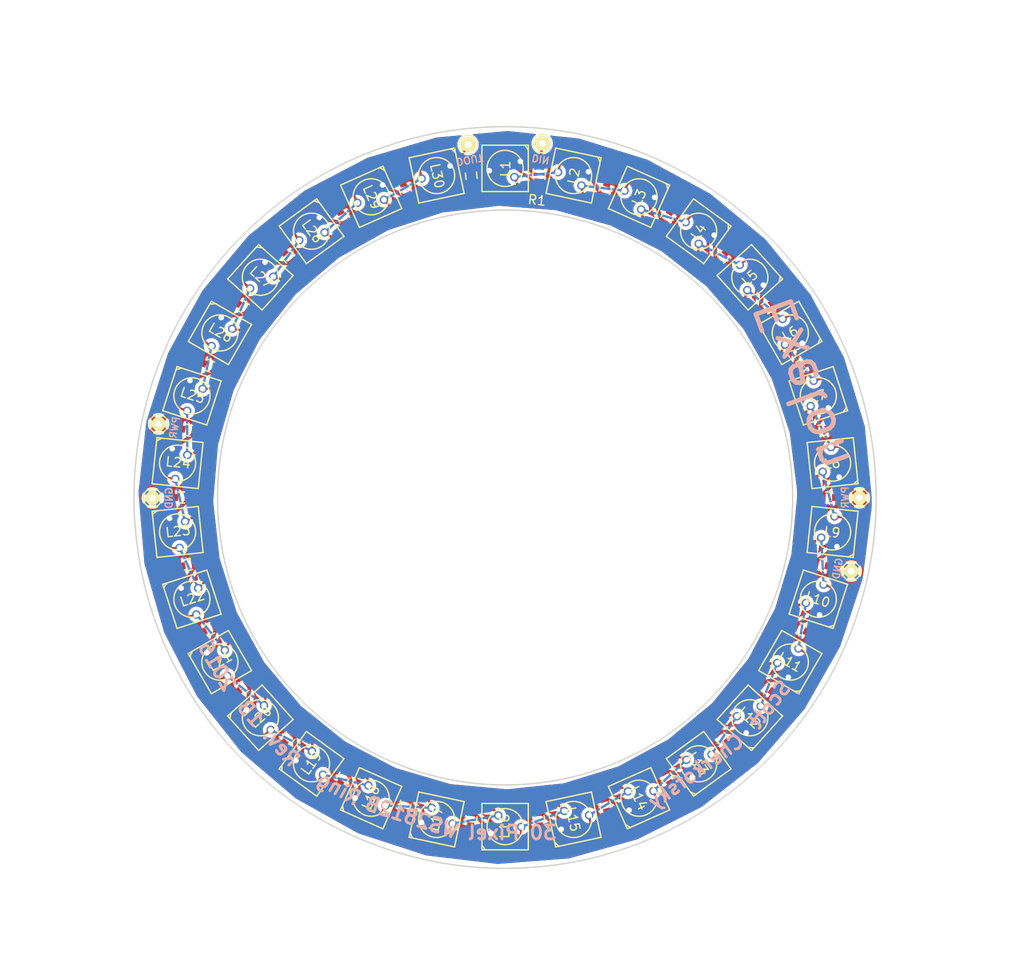
<source format=kicad_pcb>
(kicad_pcb (version 4) (host pcbnew 4.0.1-stable)
  (title_block (title "WS2812B LED Ring 30cnt") (rev A1) (company Exelon) (comment 1 "Author: Scott Cherkofsky"))
  (layers (0 F.Cu signal) (31 B.Cu signal hide) (34 B.Paste user hide) (35 F.Paste user hide) (36 B.SilkS user) (37 F.SilkS user) (38 B.Mask user) (39 F.Mask user) (44 Edge.Cuts user))
  (net 0 "")
  (net 1 GND)
  (net 2 "Net-(L1-Pad4)")
  (net 3 "Net-(L1-Pad2)")
  (net 4 "Net-(L2-Pad2)")
  (net 5 "Net-(L27-Pad2)")
  (net 6 "Net-(L10-Pad4)")
  (net 7 "Net-(L28-Pad2)")
  (net 8 "Net-(L29-Pad2)")
  (net 9 "Net-(L20-Pad2)")
  (net 10 "Net-(L10-Pad2)")
  (net 11 "Net-(L11-Pad2)")
  (net 12 "Net-(L12-Pad2)")
  (net 13 "Net-(L13-Pad2)")
  (net 14 "Net-(L14-Pad2)")
  (net 15 "Net-(L15-Pad2)")
  (net 16 "Net-(L16-Pad2)")
  (net 17 "Net-(L17-Pad2)")
  (net 18 "Net-(L18-Pad2)")
  (net 19 "Net-(L19-Pad2)")
  (net 20 "Net-(L21-Pad2)")
  (net 21 "Net-(L22-Pad2)")
  (net 22 "Net-(L23-Pad2)")
  (net 23 "Net-(L24-Pad2)")
  (net 24 "Net-(L25-Pad2)")
  (net 25 "Net-(L3-Pad2)")
  (net 26 "Net-(L4-Pad2)")
  (net 27 "Net-(L5-Pad2)")
  (net 28 "Net-(L6-Pad2)")
  (net 29 "Net-(L7-Pad2)")
  (net 30 "Net-(L8-Pad2)")
  (net 31 "Net-(L26-Pad2)")
  (net 32 +5V)
  (net 33 OUT_30Pixel)
  (net 34 IN_30Pixel)
  (module Capacitors_SMD:C_0603_HandSoldering (layer F.Cu) (at 201.352701 100.935715 132)
    (fp_text reference C12 hide)
    (fp_text value 104 hide)
    (pad 1 smd rect (at -0.95 0 132) (size 1.2 0.75) (layers F.Cu F.Paste F.Mask) (net 32 +5V))
    (pad 2 smd rect (at 0.95 0 132) (size 1.2 0.75) (layers F.Cu F.Paste F.Mask) (net 1 GND))
  )
  (module Capacitors_SMD:C_0603_HandSoldering (layer F.Cu) (at 188.784608 41.808099 252)
    (fp_text reference C2 hide)
    (fp_text value 104 hide)
    (pad 1 smd rect (at -0.95 0 252) (size 1.2 0.75) (layers F.Cu F.Paste F.Mask) (net 32 +5V))
    (pad 2 smd rect (at 0.95 0 252) (size 1.2 0.75) (layers F.Cu F.Paste F.Mask) (net 1 GND))
  )
  (module Capacitors_SMD:C_0603_HandSoldering (layer F.Cu) (at 195.449925 44.77567 240)
    (fp_text reference C3 hide)
    (fp_text value 104 hide)
    (pad 1 smd rect (at -0.95 0 240) (size 1.2 0.75) (layers F.Cu F.Paste F.Mask) (net 32 +5V))
    (pad 2 smd rect (at 0.95 0 240) (size 1.2 0.75) (layers F.Cu F.Paste F.Mask) (net 1 GND))
  )
  (module Capacitors_SMD:C_0603_HandSoldering (layer F.Cu) (at 201.352596 49.06419 228)
    (fp_text reference C4 hide)
    (fp_text value 104 hide)
    (pad 1 smd rect (at -0.95 0 228) (size 1.2 0.75) (layers F.Cu F.Paste F.Mask) (net 32 +5V))
    (pad 2 smd rect (at 0.95 0 228) (size 1.2 0.75) (layers F.Cu F.Paste F.Mask) (net 1 GND))
  )
  (module Capacitors_SMD:C_0603_HandSoldering (layer F.Cu) (at 206.234646 54.48623 216)
    (fp_text reference C5 hide)
    (fp_text value 104 hide)
    (pad 1 smd rect (at -0.95 0 216) (size 1.2 0.75) (layers F.Cu F.Paste F.Mask) (net 32 +5V))
    (pad 2 smd rect (at 0.95 0 216) (size 1.2 0.75) (layers F.Cu F.Paste F.Mask) (net 1 GND))
  )
  (module Capacitors_SMD:C_0603_HandSoldering (layer F.Cu) (at 209.882705 60.804821 204)
    (fp_text reference C6 hide)
    (fp_text value 104 hide)
    (pad 1 smd rect (at -0.95 0 204) (size 1.2 0.75) (layers F.Cu F.Paste F.Mask) (net 32 +5V))
    (pad 2 smd rect (at 0.95 0 204) (size 1.2 0.75) (layers F.Cu F.Paste F.Mask) (net 1 GND))
  )
  (module Capacitors_SMD:C_0603_HandSoldering (layer F.Cu) (at 212.137335 67.743809 192)
    (fp_text reference C7 hide)
    (fp_text value 104 hide)
    (pad 1 smd rect (at -0.95 0 192) (size 1.2 0.75) (layers F.Cu F.Paste F.Mask) (net 32 +5V))
    (pad 2 smd rect (at 0.95 0 192) (size 1.2 0.75) (layers F.Cu F.Paste F.Mask) (net 1 GND))
  )
  (module Capacitors_SMD:C_0603_HandSoldering (layer F.Cu) (at 212.899999 74.999929 180)
    (fp_text reference C8 hide)
    (fp_text value 104 hide)
    (pad 1 smd rect (at -0.95 0 180) (size 1.2 0.75) (layers F.Cu F.Paste F.Mask) (net 32 +5V))
    (pad 2 smd rect (at 0.95 0 180) (size 1.2 0.75) (layers F.Cu F.Paste F.Mask) (net 1 GND))
  )
  (module Capacitors_SMD:C_0603_HandSoldering (layer F.Cu) (at 212.137365 82.256052 168)
    (fp_text reference C9 hide)
    (fp_text value 104 hide)
    (pad 1 smd rect (at -0.95 0 168) (size 1.2 0.75) (layers F.Cu F.Paste F.Mask) (net 32 +5V))
    (pad 2 smd rect (at 0.95 0 168) (size 1.2 0.75) (layers F.Cu F.Paste F.Mask) (net 1 GND))
  )
  (module Capacitors_SMD:C_0603_HandSoldering (layer F.Cu) (at 209.882762 89.19505 156)
    (fp_text reference C10 hide)
    (fp_text value 104 hide)
    (pad 1 smd rect (at -0.95 0 156) (size 1.2 0.75) (layers F.Cu F.Paste F.Mask) (net 32 +5V))
    (pad 2 smd rect (at 0.95 0 156) (size 1.2 0.75) (layers F.Cu F.Paste F.Mask) (net 1 GND))
  )
  (module Capacitors_SMD:C_0603_HandSoldering (layer F.Cu) (at 206.234729 95.513655 144)
    (fp_text reference C11 hide)
    (fp_text value 104 hide)
    (pad 1 smd rect (at -0.95 0 144) (size 1.2 0.75) (layers F.Cu F.Paste F.Mask) (net 32 +5V))
    (pad 2 smd rect (at 0.95 0 144) (size 1.2 0.75) (layers F.Cu F.Paste F.Mask) (net 1 GND))
  )
  (module Capacitors_SMD:C_0603_HandSoldering (layer F.Cu) (at 195.450047 105.224259 120)
    (fp_text reference C13 hide)
    (fp_text value 104 hide)
    (pad 1 smd rect (at -0.95 0 120) (size 1.2 0.75) (layers F.Cu F.Paste F.Mask) (net 32 +5V))
    (pad 2 smd rect (at 0.95 0 120) (size 1.2 0.75) (layers F.Cu F.Paste F.Mask) (net 1 GND))
  )
  (module Capacitors_SMD:C_0603_HandSoldering (layer F.Cu) (at 188.784742 108.191856 108)
    (fp_text reference C14 hide)
    (fp_text value 104 hide)
    (pad 1 smd rect (at -0.95 0 108) (size 1.2 0.75) (layers F.Cu F.Paste F.Mask) (net 32 +5V))
    (pad 2 smd rect (at 0.95 0 108) (size 1.2 0.75) (layers F.Cu F.Paste F.Mask) (net 1 GND))
  )
  (module Capacitors_SMD:C_0603_HandSoldering (layer F.Cu) (at 181.648091 109.708809 96)
    (fp_text reference C15 hide)
    (fp_text value 104 hide)
    (pad 1 smd rect (at -0.95 0 96) (size 1.2 0.75) (layers F.Cu F.Paste F.Mask) (net 32 +5V))
    (pad 2 smd rect (at 0.95 0 96) (size 1.2 0.75) (layers F.Cu F.Paste F.Mask) (net 1 GND))
  )
  (module Capacitors_SMD:C_0603_HandSoldering (layer F.Cu) (at 174.352001 109.708818 84)
    (fp_text reference C16 hide)
    (fp_text value 104 hide)
    (pad 1 smd rect (at -0.95 0 84) (size 1.2 0.75) (layers F.Cu F.Paste F.Mask) (net 32 +5V))
    (pad 2 smd rect (at 0.95 0 84) (size 1.2 0.75) (layers F.Cu F.Paste F.Mask) (net 1 GND))
  )
  (module Capacitors_SMD:C_0603_HandSoldering (layer F.Cu) (at 167.215347 108.191885 72)
    (fp_text reference C17 hide)
    (fp_text value 104 hide)
    (pad 1 smd rect (at -0.95 0 72) (size 1.2 0.75) (layers F.Cu F.Paste F.Mask) (net 32 +5V))
    (pad 2 smd rect (at 0.95 0 72) (size 1.2 0.75) (layers F.Cu F.Paste F.Mask) (net 1 GND))
  )
  (module Capacitors_SMD:C_0603_HandSoldering (layer F.Cu) (at 160.550033 105.224306 60)
    (fp_text reference C18 hide)
    (fp_text value 104 hide)
    (pad 1 smd rect (at -0.95 0 60) (size 1.2 0.75) (layers F.Cu F.Paste F.Mask) (net 32 +5V))
    (pad 2 smd rect (at 0.95 0 60) (size 1.2 0.75) (layers F.Cu F.Paste F.Mask) (net 1 GND))
  )
  (module Capacitors_SMD:C_0603_HandSoldering (layer F.Cu) (at 154.647368 100.935778 48)
    (fp_text reference C19 hide)
    (fp_text value 104 hide)
    (pad 1 smd rect (at -0.95 0 48) (size 1.2 0.75) (layers F.Cu F.Paste F.Mask) (net 32 +5V))
    (pad 2 smd rect (at 0.95 0 48) (size 1.2 0.75) (layers F.Cu F.Paste F.Mask) (net 1 GND))
  )
  (module Capacitors_SMD:C_0603_HandSoldering (layer F.Cu) (at 149.765326 95.513731 36)
    (fp_text reference C20 hide)
    (fp_text value 104 hide)
    (pad 1 smd rect (at -0.95 0 36) (size 1.2 0.75) (layers F.Cu F.Paste F.Mask) (net 32 +5V))
    (pad 2 smd rect (at 0.95 0 36) (size 1.2 0.75) (layers F.Cu F.Paste F.Mask) (net 1 GND))
  )
  (module Capacitors_SMD:C_0603_HandSoldering (layer F.Cu) (at 146.117275 89.195136 24)
    (fp_text reference C21 hide)
    (fp_text value 104 hide)
    (pad 1 smd rect (at -0.95 0 24) (size 1.2 0.75) (layers F.Cu F.Paste F.Mask) (net 32 +5V))
    (pad 2 smd rect (at 0.95 0 24) (size 1.2 0.75) (layers F.Cu F.Paste F.Mask) (net 1 GND))
  )
  (module Capacitors_SMD:C_0603_HandSoldering (layer F.Cu) (at 143.862654 82.256144 12)
    (fp_text reference C22 hide)
    (fp_text value 104 hide)
    (pad 1 smd rect (at -0.95 0 12) (size 1.2 0.75) (layers F.Cu F.Paste F.Mask) (net 32 +5V))
    (pad 2 smd rect (at 0.95 0 12) (size 1.2 0.75) (layers F.Cu F.Paste F.Mask) (net 1 GND))
  )
  (module Capacitors_SMD:C_0603_HandSoldering (layer F.Cu) (at 143.1 75.000023)
    (fp_text reference C23 hide)
    (fp_text value 104 hide)
    (pad 1 smd rect (at -0.95 0) (size 1.2 0.75) (layers F.Cu F.Paste F.Mask) (net 32 +5V))
    (pad 2 smd rect (at 0.95 0) (size 1.2 0.75) (layers F.Cu F.Paste F.Mask) (net 1 GND))
  )
  (module Capacitors_SMD:C_0603_HandSoldering (layer F.Cu) (at 143.862644 67.743901 348)
    (fp_text reference C24 hide)
    (fp_text value 104 hide)
    (pad 1 smd rect (at -0.95 0 348) (size 1.2 0.75) (layers F.Cu F.Paste F.Mask) (net 32 +5V))
    (pad 2 smd rect (at 0.95 0 348) (size 1.2 0.75) (layers F.Cu F.Paste F.Mask) (net 1 GND))
  )
  (module Capacitors_SMD:C_0603_HandSoldering (layer F.Cu) (at 146.117256 60.804906 336)
    (fp_text reference C25 hide)
    (fp_text value 104 hide)
    (pad 1 smd rect (at -0.95 0 336) (size 1.2 0.75) (layers F.Cu F.Paste F.Mask) (net 32 +5V))
    (pad 2 smd rect (at 0.95 0 336) (size 1.2 0.75) (layers F.Cu F.Paste F.Mask) (net 1 GND))
  )
  (module Capacitors_SMD:C_0603_HandSoldering (layer F.Cu) (at 149.765298 54.486306 324)
    (fp_text reference C26 hide)
    (fp_text value 104 hide)
    (pad 1 smd rect (at -0.95 0 324) (size 1.2 0.75) (layers F.Cu F.Paste F.Mask) (net 32 +5V))
    (pad 2 smd rect (at 0.95 0 324) (size 1.2 0.75) (layers F.Cu F.Paste F.Mask) (net 1 GND))
  )
  (module Capacitors_SMD:C_0603_HandSoldering (layer F.Cu) (at 154.647333 49.064252 312)
    (fp_text reference C27 hide)
    (fp_text value 104 hide)
    (pad 1 smd rect (at -0.95 0 312) (size 1.2 0.75) (layers F.Cu F.Paste F.Mask) (net 32 +5V))
    (pad 2 smd rect (at 0.95 0 312) (size 1.2 0.75) (layers F.Cu F.Paste F.Mask) (net 1 GND))
  )
  (module Capacitors_SMD:C_0603_HandSoldering (layer F.Cu) (at 160.549993 44.775717 300)
    (fp_text reference C28 hide)
    (fp_text value 104 hide)
    (pad 1 smd rect (at -0.95 0 300) (size 1.2 0.75) (layers F.Cu F.Paste F.Mask) (net 32 +5V))
    (pad 2 smd rect (at 0.95 0 300) (size 1.2 0.75) (layers F.Cu F.Paste F.Mask) (net 1 GND))
  )
  (module Capacitors_SMD:C_0603_HandSoldering (layer F.Cu) (at 167.215302 41.808129 288)
    (fp_text reference C29 hide)
    (fp_text value 104 hide)
    (pad 1 smd rect (at -0.95 0 288) (size 1.2 0.75) (layers F.Cu F.Paste F.Mask) (net 32 +5V))
    (pad 2 smd rect (at 0.95 0 288) (size 1.2 0.75) (layers F.Cu F.Paste F.Mask) (net 1 GND))
  )
  (module Capacitors_SMD:C_0603_HandSoldering (layer F.Cu) (at 174.351955 40.291186 276)
    (fp_text reference C30 hide)
    (fp_text value 104 hide)
    (pad 1 smd rect (at -0.95 0 276) (size 1.2 0.75) (layers F.Cu F.Paste F.Mask) (net 32 +5V))
    (pad 2 smd rect (at 0.95 0 276) (size 1.2 0.75) (layers F.Cu F.Paste F.Mask) (net 1 GND))
  )
  (module ThroughHolePads:1pin_0.762drill (layer F.Cu) (at 140.65 67.06)
    (fp_text reference P1 hide)
    (fp_text value CONN_01X01 hide)
    (pad 1 thru_hole circle (at 0 0) (size 1.524 1.524) (drill 0.762) (layers *.Cu *.Mask F.SilkS) (net 32 +5V))
  )
  (module ThroughHolePads:1pin_0.762drill (layer F.Cu) (at 182 36.82)
    (fp_text reference P2 hide)
    (fp_text value CONN_01X01 hide)
    (pad 1 thru_hole circle (at 0 0) (size 1.524 1.524) (drill 0.762) (layers *.Cu *.Mask F.SilkS) (net 34 IN_30Pixel))
  )
  (module ThroughHolePads:1pin_0.762drill (layer F.Cu) (at 139.98 75.05)
    (fp_text reference P3 hide)
    (fp_text value CONN_01X01 hide)
    (pad 1 thru_hole circle (at 0 0) (size 1.524 1.524) (drill 0.762) (layers *.Cu *.Mask F.SilkS) (net 1 GND))
  )
  (module ThroughHolePads:1pin_0.762drill (layer F.Cu) (at 216.2 75.03)
    (fp_text reference P4 hide)
    (fp_text value CONN_01X01 hide)
    (pad 1 thru_hole circle (at 0 0) (size 1.524 1.524) (drill 0.762) (layers *.Cu *.Mask F.SilkS) (net 32 +5V))
  )
  (module ThroughHolePads:1pin_0.762drill (layer F.Cu) (at 215.32 82.94)
    (fp_text reference P5 hide)
    (fp_text value CONN_01X01 hide)
    (pad 1 thru_hole circle (at 0 0) (size 1.524 1.524) (drill 0.762) (layers *.Cu *.Mask F.SilkS) (net 1 GND))
  )
  (module ThroughHolePads:1pin_0.762drill (layer F.Cu) (at 174.01 36.94)
    (fp_text reference P6 hide)
    (fp_text value CONN_01X01 hide)
    (pad 1 thru_hole circle (at 0 0) (size 1.524 1.524) (drill 0.762) (layers *.Cu *.Mask F.SilkS) (net 33 OUT_30Pixel))
  )
  (module Resistors_SMD:R_0603_HandSoldering (layer F.Cu) (at 181.67 40.12 84)
    (fp_text reference R1 (at -2.829639 0.056085 174) (layer F.SilkS))
    (fp_text value 471 hide)
    (pad 1 smd rect (at -1.1 0 84) (size 1.2 0.9) (layers F.Cu F.Paste F.Mask) (net 2 "Net-(L1-Pad4)"))
    (pad 2 smd rect (at 1.1 0 84) (size 1.2 0.9) (layers F.Cu F.Paste F.Mask) (net 34 IN_30Pixel))
  )
  (module NeoPixel:WS2812B (layer F.Cu) (at 163.560843 42.569138 114)
    (fp_text reference L29 (at -0.05 0.05 114) (layer F.SilkS))
    (fp_text value WS2812B hide)
    (pad 4 smd rect (at 2.45 -1.65 114) (size 1.5 0.9) (layers F.Cu F.Paste F.Mask) (net 7 "Net-(L28-Pad2)"))
    (pad 3 smd rect (at 2.45 1.65 114) (size 1.5 0.9) (layers F.Cu F.Paste F.Mask) (net 1 GND))
    (pad 1 smd rect (at -2.45 -1.65 114) (size 1.5 0.9) (layers F.Cu F.Paste F.Mask) (net 32 +5V))
    (pad 2 smd rect (at -2.45 1.65 114) (size 1.5 0.9) (layers F.Cu F.Paste F.Mask) (net 8 "Net-(L29-Pad2)"))
  )
  (module NeoPixel:WS2812B (layer F.Cu) (at 157.133615 46.279902 126)
    (fp_text reference L28 (at -0.05 0.05 126) (layer F.SilkS))
    (fp_text value WS2812B hide)
    (pad 4 smd rect (at 2.45 -1.65 126) (size 1.5 0.9) (layers F.Cu F.Paste F.Mask) (net 5 "Net-(L27-Pad2)"))
    (pad 3 smd rect (at 2.45 1.65 126) (size 1.5 0.9) (layers F.Cu F.Paste F.Mask) (net 1 GND))
    (pad 1 smd rect (at -2.45 -1.65 126) (size 1.5 0.9) (layers F.Cu F.Paste F.Mask) (net 32 +5V))
    (pad 2 smd rect (at -2.45 1.65 126) (size 1.5 0.9) (layers F.Cu F.Paste F.Mask) (net 7 "Net-(L28-Pad2)"))
  )
  (module NeoPixel:WS2812B (layer F.Cu) (at 151.61835 51.245872 138)
    (fp_text reference L27 (at -0.05 0.05 138) (layer F.SilkS))
    (fp_text value WS2812B hide)
    (pad 4 smd rect (at 2.45 -1.65 138) (size 1.5 0.9) (layers F.Cu F.Paste F.Mask) (net 31 "Net-(L26-Pad2)"))
    (pad 3 smd rect (at 2.45 1.65 138) (size 1.5 0.9) (layers F.Cu F.Paste F.Mask) (net 1 GND))
    (pad 1 smd rect (at -2.45 -1.65 138) (size 1.5 0.9) (layers F.Cu F.Paste F.Mask) (net 32 +5V))
    (pad 2 smd rect (at -2.45 1.65 138) (size 1.5 0.9) (layers F.Cu F.Paste F.Mask) (net 5 "Net-(L27-Pad2)"))
  )
  (module NeoPixel:WS2812B (layer F.Cu) (at 147.25609 57.250013 150)
    (fp_text reference L26 (at -0.05 0.05 150) (layer F.SilkS))
    (fp_text value WS2812B hide)
    (pad 4 smd rect (at 2.45 -1.65 150) (size 1.5 0.9) (layers F.Cu F.Paste F.Mask) (net 24 "Net-(L25-Pad2)"))
    (pad 3 smd rect (at 2.45 1.65 150) (size 1.5 0.9) (layers F.Cu F.Paste F.Mask) (net 1 GND))
    (pad 1 smd rect (at -2.45 -1.65 150) (size 1.5 0.9) (layers F.Cu F.Paste F.Mask) (net 32 +5V))
    (pad 2 smd rect (at -2.45 1.65 150) (size 1.5 0.9) (layers F.Cu F.Paste F.Mask) (net 31 "Net-(L26-Pad2)"))
  )
  (module NeoPixel:WS2812B (layer F.Cu) (at 144.237487 64.029914 162)
    (fp_text reference L25 (at -0.05 0.05 162) (layer F.SilkS))
    (fp_text value WS2812B hide)
    (pad 4 smd rect (at 2.45 -1.65 162) (size 1.5 0.9) (layers F.Cu F.Paste F.Mask) (net 23 "Net-(L24-Pad2)"))
    (pad 3 smd rect (at 2.45 1.65 162) (size 1.5 0.9) (layers F.Cu F.Paste F.Mask) (net 1 GND))
    (pad 1 smd rect (at -2.45 -1.65 162) (size 1.5 0.9) (layers F.Cu F.Paste F.Mask) (net 32 +5V))
    (pad 2 smd rect (at -2.45 1.65 162) (size 1.5 0.9) (layers F.Cu F.Paste F.Mask) (net 24 "Net-(L25-Pad2)"))
  )
  (module NeoPixel:WS2812B (layer F.Cu) (at 142.69447 71.289261 174)
    (fp_text reference L24 (at -0.05 0.05 174) (layer F.SilkS))
    (fp_text value WS2812B hide)
    (pad 4 smd rect (at 2.45 -1.65 174) (size 1.5 0.9) (layers F.Cu F.Paste F.Mask) (net 22 "Net-(L23-Pad2)"))
    (pad 3 smd rect (at 2.45 1.65 174) (size 1.5 0.9) (layers F.Cu F.Paste F.Mask) (net 1 GND))
    (pad 1 smd rect (at -2.45 -1.65 174) (size 1.5 0.9) (layers F.Cu F.Paste F.Mask) (net 32 +5V))
    (pad 2 smd rect (at -2.45 1.65 174) (size 1.5 0.9) (layers F.Cu F.Paste F.Mask) (net 23 "Net-(L24-Pad2)"))
  )
  (module NeoPixel:WS2812B (layer F.Cu) (at 142.694475 78.710785 186)
    (fp_text reference L23 (at -0.05 0.05 186) (layer F.SilkS))
    (fp_text value WS2812B hide)
    (pad 4 smd rect (at 2.45 -1.65 186) (size 1.5 0.9) (layers F.Cu F.Paste F.Mask) (net 21 "Net-(L22-Pad2)"))
    (pad 3 smd rect (at 2.45 1.65 186) (size 1.5 0.9) (layers F.Cu F.Paste F.Mask) (net 1 GND))
    (pad 1 smd rect (at -2.45 -1.65 186) (size 1.5 0.9) (layers F.Cu F.Paste F.Mask) (net 32 +5V))
    (pad 2 smd rect (at -2.45 1.65 186) (size 1.5 0.9) (layers F.Cu F.Paste F.Mask) (net 22 "Net-(L23-Pad2)"))
  )
  (module NeoPixel:WS2812B (layer F.Cu) (at 144.237502 85.97013 198)
    (fp_text reference L22 (at -0.05 0.05 198) (layer F.SilkS))
    (fp_text value WS2812B hide)
    (pad 4 smd rect (at 2.45 -1.65 198) (size 1.5 0.9) (layers F.Cu F.Paste F.Mask) (net 20 "Net-(L21-Pad2)"))
    (pad 3 smd rect (at 2.45 1.65 198) (size 1.5 0.9) (layers F.Cu F.Paste F.Mask) (net 1 GND))
    (pad 1 smd rect (at -2.45 -1.65 198) (size 1.5 0.9) (layers F.Cu F.Paste F.Mask) (net 32 +5V))
    (pad 2 smd rect (at -2.45 1.65 198) (size 1.5 0.9) (layers F.Cu F.Paste F.Mask) (net 21 "Net-(L22-Pad2)"))
  )
  (module NeoPixel:WS2812B (layer F.Cu) (at 147.256114 92.750027 210)
    (fp_text reference L21 (at -0.05 0.05 210) (layer F.SilkS))
    (fp_text value WS2812B hide)
    (pad 4 smd rect (at 2.45 -1.65 210) (size 1.5 0.9) (layers F.Cu F.Paste F.Mask) (net 9 "Net-(L20-Pad2)"))
    (pad 3 smd rect (at 2.45 1.65 210) (size 1.5 0.9) (layers F.Cu F.Paste F.Mask) (net 1 GND))
    (pad 1 smd rect (at -2.45 -1.65 210) (size 1.5 0.9) (layers F.Cu F.Paste F.Mask) (net 32 +5V))
    (pad 2 smd rect (at -2.45 1.65 210) (size 1.5 0.9) (layers F.Cu F.Paste F.Mask) (net 20 "Net-(L21-Pad2)"))
  )
  (module NeoPixel:WS2812B (layer F.Cu) (at 151.618382 98.754162 222)
    (fp_text reference L20 (at -0.05 0.05 222) (layer F.SilkS))
    (fp_text value WS2812B hide)
    (pad 4 smd rect (at 2.45 -1.65 222) (size 1.5 0.9) (layers F.Cu F.Paste F.Mask) (net 19 "Net-(L19-Pad2)"))
    (pad 3 smd rect (at 2.45 1.65 222) (size 1.5 0.9) (layers F.Cu F.Paste F.Mask) (net 1 GND))
    (pad 1 smd rect (at -2.45 -1.65 222) (size 1.5 0.9) (layers F.Cu F.Paste F.Mask) (net 32 +5V))
    (pad 2 smd rect (at -2.45 1.65 222) (size 1.5 0.9) (layers F.Cu F.Paste F.Mask) (net 9 "Net-(L20-Pad2)"))
  )
  (module NeoPixel:WS2812B (layer F.Cu) (at 157.133654 103.720125 234)
    (fp_text reference L19 (at -0.05 0.05 234) (layer F.SilkS))
    (fp_text value WS2812B hide)
    (pad 4 smd rect (at 2.45 -1.65 234) (size 1.5 0.9) (layers F.Cu F.Paste F.Mask) (net 18 "Net-(L18-Pad2)"))
    (pad 3 smd rect (at 2.45 1.65 234) (size 1.5 0.9) (layers F.Cu F.Paste F.Mask) (net 1 GND))
    (pad 1 smd rect (at -2.45 -1.65 234) (size 1.5 0.9) (layers F.Cu F.Paste F.Mask) (net 32 +5V))
    (pad 2 smd rect (at -2.45 1.65 234) (size 1.5 0.9) (layers F.Cu F.Paste F.Mask) (net 19 "Net-(L19-Pad2)"))
  )
  (module NeoPixel:WS2812B (layer F.Cu) (at 163.560887 107.43088 246)
    (fp_text reference L18 (at -0.05 0.05 246) (layer F.SilkS))
    (fp_text value WS2812B hide)
    (pad 4 smd rect (at 2.45 -1.65 246) (size 1.5 0.9) (layers F.Cu F.Paste F.Mask) (net 17 "Net-(L17-Pad2)"))
    (pad 3 smd rect (at 2.45 1.65 246) (size 1.5 0.9) (layers F.Cu F.Paste F.Mask) (net 1 GND))
    (pad 1 smd rect (at -2.45 -1.65 246) (size 1.5 0.9) (layers F.Cu F.Paste F.Mask) (net 32 +5V))
    (pad 2 smd rect (at -2.45 1.65 246) (size 1.5 0.9) (layers F.Cu F.Paste F.Mask) (net 18 "Net-(L18-Pad2)"))
  )
  (module NeoPixel:WS2812B (layer F.Cu) (at 170.619178 109.724249 258)
    (fp_text reference L17 (at -0.05 0.05 258) (layer F.SilkS))
    (fp_text value WS2812B hide)
    (pad 4 smd rect (at 2.45 -1.65 258) (size 1.5 0.9) (layers F.Cu F.Paste F.Mask) (net 16 "Net-(L16-Pad2)"))
    (pad 3 smd rect (at 2.45 1.65 258) (size 1.5 0.9) (layers F.Cu F.Paste F.Mask) (net 1 GND))
    (pad 1 smd rect (at -2.45 -1.65 258) (size 1.5 0.9) (layers F.Cu F.Paste F.Mask) (net 32 +5V))
    (pad 2 smd rect (at -2.45 1.65 258) (size 1.5 0.9) (layers F.Cu F.Paste F.Mask) (net 17 "Net-(L17-Pad2)"))
  )
  (module NeoPixel:WS2812B (layer F.Cu) (at 178.000047 110.499999 270)
    (fp_text reference L16 (at -0.05 0.05 270) (layer F.SilkS))
    (fp_text value WS2812B hide)
    (pad 4 smd rect (at 2.45 -1.65 270) (size 1.5 0.9) (layers F.Cu F.Paste F.Mask) (net 15 "Net-(L15-Pad2)"))
    (pad 3 smd rect (at 2.45 1.65 270) (size 1.5 0.9) (layers F.Cu F.Paste F.Mask) (net 1 GND))
    (pad 1 smd rect (at -2.45 -1.65 270) (size 1.5 0.9) (layers F.Cu F.Paste F.Mask) (net 32 +5V))
    (pad 2 smd rect (at -2.45 1.65 270) (size 1.5 0.9) (layers F.Cu F.Paste F.Mask) (net 16 "Net-(L16-Pad2)"))
  )
  (module NeoPixel:WS2812B (layer F.Cu) (at 185.380914 109.724229 282)
    (fp_text reference L15 (at -0.05 0.05 282) (layer F.SilkS))
    (fp_text value WS2812B hide)
    (pad 4 smd rect (at 2.45 -1.65 282) (size 1.5 0.9) (layers F.Cu F.Paste F.Mask) (net 14 "Net-(L14-Pad2)"))
    (pad 3 smd rect (at 2.45 1.65 282) (size 1.5 0.9) (layers F.Cu F.Paste F.Mask) (net 1 GND))
    (pad 1 smd rect (at -2.45 -1.65 282) (size 1.5 0.9) (layers F.Cu F.Paste F.Mask) (net 32 +5V))
    (pad 2 smd rect (at -2.45 1.65 282) (size 1.5 0.9) (layers F.Cu F.Paste F.Mask) (net 15 "Net-(L15-Pad2)"))
  )
  (module NeoPixel:WS2812B (layer F.Cu) (at 192.4392 107.430841 294)
    (fp_text reference L14 (at -0.05 0.05 294) (layer F.SilkS))
    (fp_text value WS2812B hide)
    (pad 4 smd rect (at 2.45 -1.65 294) (size 1.5 0.9) (layers F.Cu F.Paste F.Mask) (net 13 "Net-(L13-Pad2)"))
    (pad 3 smd rect (at 2.45 1.65 294) (size 1.5 0.9) (layers F.Cu F.Paste F.Mask) (net 1 GND))
    (pad 1 smd rect (at -2.45 -1.65 294) (size 1.5 0.9) (layers F.Cu F.Paste F.Mask) (net 32 +5V))
    (pad 2 smd rect (at -2.45 1.65 294) (size 1.5 0.9) (layers F.Cu F.Paste F.Mask) (net 14 "Net-(L14-Pad2)"))
  )
  (module NeoPixel:WS2812B (layer F.Cu) (at 204.381681 98.754091 318)
    (fp_text reference L12 (at -0.05 0.05 318) (layer F.SilkS))
    (fp_text value WS2812B hide)
    (pad 4 smd rect (at 2.45 -1.65 318) (size 1.5 0.9) (layers F.Cu F.Paste F.Mask) (net 11 "Net-(L11-Pad2)"))
    (pad 3 smd rect (at 2.45 1.65 318) (size 1.5 0.9) (layers F.Cu F.Paste F.Mask) (net 1 GND))
    (pad 1 smd rect (at -2.45 -1.65 318) (size 1.5 0.9) (layers F.Cu F.Paste F.Mask) (net 32 +5V))
    (pad 2 smd rect (at -2.45 1.65 318) (size 1.5 0.9) (layers F.Cu F.Paste F.Mask) (net 12 "Net-(L12-Pad2)"))
  )
  (module NeoPixel:WS2812B (layer F.Cu) (at 208.743933 92.749944 330)
    (fp_text reference L11 (at -0.05 0.05 330) (layer F.SilkS))
    (fp_text value WS2812B hide)
    (pad 4 smd rect (at 2.45 -1.65 330) (size 1.5 0.9) (layers F.Cu F.Paste F.Mask) (net 10 "Net-(L10-Pad2)"))
    (pad 3 smd rect (at 2.45 1.65 330) (size 1.5 0.9) (layers F.Cu F.Paste F.Mask) (net 1 GND))
    (pad 1 smd rect (at -2.45 -1.65 330) (size 1.5 0.9) (layers F.Cu F.Paste F.Mask) (net 32 +5V))
    (pad 2 smd rect (at -2.45 1.65 330) (size 1.5 0.9) (layers F.Cu F.Paste F.Mask) (net 11 "Net-(L11-Pad2)"))
  )
  (module NeoPixel:WS2812B (layer F.Cu) (at 211.762527 85.970039 342)
    (fp_text reference L10 (at -0.05 0.05 342) (layer F.SilkS))
    (fp_text value WS2812B hide)
    (pad 4 smd rect (at 2.45 -1.65 342) (size 1.5 0.9) (layers F.Cu F.Paste F.Mask) (net 6 "Net-(L10-Pad4)"))
    (pad 3 smd rect (at 2.45 1.65 342) (size 1.5 0.9) (layers F.Cu F.Paste F.Mask) (net 1 GND))
    (pad 1 smd rect (at -2.45 -1.65 342) (size 1.5 0.9) (layers F.Cu F.Paste F.Mask) (net 32 +5V))
    (pad 2 smd rect (at -2.45 1.65 342) (size 1.5 0.9) (layers F.Cu F.Paste F.Mask) (net 10 "Net-(L10-Pad2)"))
  )
  (module NeoPixel:WS2812B (layer F.Cu) (at 213.305534 78.71069 354)
    (fp_text reference L9 (at -0.05 0.05 354) (layer F.SilkS))
    (fp_text value WS2812B hide)
    (pad 4 smd rect (at 2.45 -1.65 354) (size 1.5 0.9) (layers F.Cu F.Paste F.Mask) (net 30 "Net-(L8-Pad2)"))
    (pad 3 smd rect (at 2.45 1.65 354) (size 1.5 0.9) (layers F.Cu F.Paste F.Mask) (net 1 GND))
    (pad 1 smd rect (at -2.45 -1.65 354) (size 1.5 0.9) (layers F.Cu F.Paste F.Mask) (net 32 +5V))
    (pad 2 smd rect (at -2.45 1.65 354) (size 1.5 0.9) (layers F.Cu F.Paste F.Mask) (net 6 "Net-(L10-Pad4)"))
  )
  (module NeoPixel:WS2812B (layer F.Cu) (at 213.305519 71.289166 6)
    (fp_text reference L8 (at -0.05 0.05 6) (layer F.SilkS))
    (fp_text value WS2812B hide)
    (pad 4 smd rect (at 2.45 -1.65 6) (size 1.5 0.9) (layers F.Cu F.Paste F.Mask) (net 29 "Net-(L7-Pad2)"))
    (pad 3 smd rect (at 2.45 1.65 6) (size 1.5 0.9) (layers F.Cu F.Paste F.Mask) (net 1 GND))
    (pad 1 smd rect (at -2.45 -1.65 6) (size 1.5 0.9) (layers F.Cu F.Paste F.Mask) (net 32 +5V))
    (pad 2 smd rect (at -2.45 1.65 6) (size 1.5 0.9) (layers F.Cu F.Paste F.Mask) (net 30 "Net-(L8-Pad2)"))
  )
  (module NeoPixel:WS2812B (layer F.Cu) (at 211.762482 64.029823 18)
    (fp_text reference L7 (at -0.05 0.05 18) (layer F.SilkS))
    (fp_text value WS2812B hide)
    (pad 4 smd rect (at 2.45 -1.65 18) (size 1.5 0.9) (layers F.Cu F.Paste F.Mask) (net 28 "Net-(L6-Pad2)"))
    (pad 3 smd rect (at 2.45 1.65 18) (size 1.5 0.9) (layers F.Cu F.Paste F.Mask) (net 1 GND))
    (pad 1 smd rect (at -2.45 -1.65 18) (size 1.5 0.9) (layers F.Cu F.Paste F.Mask) (net 32 +5V))
    (pad 2 smd rect (at -2.45 1.65 18) (size 1.5 0.9) (layers F.Cu F.Paste F.Mask) (net 29 "Net-(L7-Pad2)"))
  )
  (module NeoPixel:WS2812B (layer F.Cu) (at 204.381585 51.245801 42)
    (fp_text reference L5 (at -0.05 0.05 42) (layer F.SilkS))
    (fp_text value WS2812B hide)
    (pad 4 smd rect (at 2.45 -1.65 42) (size 1.5 0.9) (layers F.Cu F.Paste F.Mask) (net 26 "Net-(L4-Pad2)"))
    (pad 3 smd rect (at 2.45 1.65 42) (size 1.5 0.9) (layers F.Cu F.Paste F.Mask) (net 1 GND))
    (pad 1 smd rect (at -2.45 -1.65 42) (size 1.5 0.9) (layers F.Cu F.Paste F.Mask) (net 32 +5V))
    (pad 2 smd rect (at -2.45 1.65 42) (size 1.5 0.9) (layers F.Cu F.Paste F.Mask) (net 27 "Net-(L5-Pad2)"))
  )
  (module NeoPixel:WS2812B (layer F.Cu) (at 198.866306 46.279846 54)
    (fp_text reference L4 (at -0.05 0.05 54) (layer F.SilkS))
    (fp_text value WS2812B hide)
    (pad 4 smd rect (at 2.45 -1.65 54) (size 1.5 0.9) (layers F.Cu F.Paste F.Mask) (net 25 "Net-(L3-Pad2)"))
    (pad 3 smd rect (at 2.45 1.65 54) (size 1.5 0.9) (layers F.Cu F.Paste F.Mask) (net 1 GND))
    (pad 1 smd rect (at -2.45 -1.65 54) (size 1.5 0.9) (layers F.Cu F.Paste F.Mask) (net 32 +5V))
    (pad 2 smd rect (at -2.45 1.65 54) (size 1.5 0.9) (layers F.Cu F.Paste F.Mask) (net 26 "Net-(L4-Pad2)"))
  )
  (module NeoPixel:WS2812B (layer F.Cu) (at 192.439069 42.569099 66)
    (fp_text reference L3 (at -0.05 0.05 66) (layer F.SilkS))
    (fp_text value WS2812B hide)
    (pad 4 smd rect (at 2.45 -1.65 66) (size 1.5 0.9) (layers F.Cu F.Paste F.Mask) (net 4 "Net-(L2-Pad2)"))
    (pad 3 smd rect (at 2.45 1.65 66) (size 1.5 0.9) (layers F.Cu F.Paste F.Mask) (net 1 GND))
    (pad 1 smd rect (at -2.45 -1.65 66) (size 1.5 0.9) (layers F.Cu F.Paste F.Mask) (net 32 +5V))
    (pad 2 smd rect (at -2.45 1.65 66) (size 1.5 0.9) (layers F.Cu F.Paste F.Mask) (net 25 "Net-(L3-Pad2)"))
  )
  (module NeoPixel:WS2812B (layer F.Cu) (at 185.380774 40.27574 78)
    (fp_text reference L2 (at -0.05 0.05 78) (layer F.SilkS))
    (fp_text value WS2812B hide)
    (pad 4 smd rect (at 2.45 -1.65 78) (size 1.5 0.9) (layers F.Cu F.Paste F.Mask) (net 3 "Net-(L1-Pad2)"))
    (pad 3 smd rect (at 2.45 1.65 78) (size 1.5 0.9) (layers F.Cu F.Paste F.Mask) (net 1 GND))
    (pad 1 smd rect (at -2.45 -1.65 78) (size 1.5 0.9) (layers F.Cu F.Paste F.Mask) (net 32 +5V))
    (pad 2 smd rect (at -2.45 1.65 78) (size 1.5 0.9) (layers F.Cu F.Paste F.Mask) (net 4 "Net-(L2-Pad2)"))
  )
  (module NeoPixel:WS2812B (layer F.Cu) (at 198.866422 103.720069 306)
    (fp_text reference L13 (at -0.05 0.05 306) (layer F.SilkS))
    (fp_text value WS2812B hide)
    (pad 4 smd rect (at 2.45 -1.65 306) (size 1.5 0.9) (layers F.Cu F.Paste F.Mask) (net 12 "Net-(L12-Pad2)"))
    (pad 3 smd rect (at 2.45 1.65 306) (size 1.5 0.9) (layers F.Cu F.Paste F.Mask) (net 1 GND))
    (pad 1 smd rect (at -2.45 -1.65 306) (size 1.5 0.9) (layers F.Cu F.Paste F.Mask) (net 32 +5V))
    (pad 2 smd rect (at -2.45 1.65 306) (size 1.5 0.9) (layers F.Cu F.Paste F.Mask) (net 13 "Net-(L13-Pad2)"))
  )
  (module NeoPixel:WS2812B (layer F.Cu) (at 208.743862 57.249931 30)
    (fp_text reference L6 (at -0.05 0.05 30) (layer F.SilkS))
    (fp_text value WS2812B hide)
    (pad 4 smd rect (at 2.45 -1.65 30) (size 1.5 0.9) (layers F.Cu F.Paste F.Mask) (net 27 "Net-(L5-Pad2)"))
    (pad 3 smd rect (at 2.45 1.65 30) (size 1.5 0.9) (layers F.Cu F.Paste F.Mask) (net 1 GND))
    (pad 1 smd rect (at -2.45 -1.65 30) (size 1.5 0.9) (layers F.Cu F.Paste F.Mask) (net 32 +5V))
    (pad 2 smd rect (at -2.45 1.65 30) (size 1.5 0.9) (layers F.Cu F.Paste F.Mask) (net 28 "Net-(L6-Pad2)"))
  )
  (module NeoPixel:WS2812B (layer F.Cu) (at 178 39.5 90)
    (fp_text reference L1 (at -0.05 0.05 90) (layer F.SilkS))
    (fp_text value WS2812B hide)
    (pad 4 smd rect (at 2.45 -1.65 90) (size 1.5 0.9) (layers F.Cu F.Paste F.Mask) (net 2 "Net-(L1-Pad4)"))
    (pad 3 smd rect (at 2.45 1.65 90) (size 1.5 0.9) (layers F.Cu F.Paste F.Mask) (net 1 GND))
    (pad 1 smd rect (at -2.45 -1.65 90) (size 1.5 0.9) (layers F.Cu F.Paste F.Mask) (net 32 +5V))
    (pad 2 smd rect (at -2.45 1.65 90) (size 1.5 0.9) (layers F.Cu F.Paste F.Mask) (net 3 "Net-(L1-Pad2)"))
  )
  (module NeoPixel:WS2812B (layer F.Cu) (at 170.619131 40.27576 102)
    (fp_text reference L30 (at -0.05 0.05 102) (layer F.SilkS))
    (fp_text value WS2812B hide)
    (pad 4 smd rect (at 2.45 -1.65 102) (size 1.5 0.9) (layers F.Cu F.Paste F.Mask) (net 8 "Net-(L29-Pad2)"))
    (pad 3 smd rect (at 2.45 1.65 102) (size 1.5 0.9) (layers F.Cu F.Paste F.Mask) (net 1 GND))
    (pad 1 smd rect (at -2.45 -1.65 102) (size 1.5 0.9) (layers F.Cu F.Paste F.Mask) (net 32 +5V))
    (pad 2 smd rect (at -2.45 1.65 102) (size 1.5 0.9) (layers F.Cu F.Paste F.Mask) (net 33 OUT_30Pixel))
  )
  (gr_circle (center 178 75) (end 178 106) (layer Edge.Cuts) (width 0.15))
  (gr_text Exelon (at 210.11 62.81 110) (layer B.SilkS) (effects (font (size 4 4) (thickness 0.5)) (justify mirror)))
  (gr_text 2016 (at 146.95 93.19 300) (layer B.SilkS) (effects (font (size 1.5 1.5) (thickness 0.3)) (justify mirror)))
  (gr_text Cherkofsky (at 198.58 104.51 36) (layer B.SilkS) (effects (font (size 1.5 1.5) (thickness 0.3)) (justify mirror)))
  (gr_text Scott (at 206.54 97.31 52) (layer B.SilkS) (effects (font (size 1.5 1.5) (thickness 0.3)) (justify mirror)))
  (gr_text "Rev: 1B" (at 152.51 100.43 312) (layer B.SilkS) (effects (font (size 1.5 1.5) (thickness 0.3)) (justify mirror)))
  (gr_text Ring (at 160.1 106.41 330) (layer B.SilkS) (effects (font (size 1.5 1.5) (thickness 0.3)) (justify mirror)))
  (gr_text WS2812B (at 167.94 109.5 342) (layer B.SilkS) (effects (font (size 1.5 1.5) (thickness 0.3)) (justify mirror)))
  (gr_text "30 Pixel" (at 178.77 111.14) (layer B.SilkS) (effects (font (size 1.5 1.5) (thickness 0.3)) (justify mirror)))
  (gr_circle (center 178 75) (end 178 115) (layer Edge.Cuts) (width 0.15))
  (gr_text DOUT (at 174.18 38.56 190) (layer B.SilkS) (effects (font (size 0.75 0.75)) (justify mirror)))
  (gr_text DIN (at 181.83 38.5 170) (layer B.SilkS) (effects (font (size 0.75 0.75)) (justify mirror)))
  (gr_text PWR (at 142.38 67.45 80) (layer B.SilkS) (effects (font (size 0.75 0.75)) (justify mirror)))
  (gr_text GND (at 141.77 75.05 90) (layer B.SilkS) (effects (font (size 0.75 0.75)) (justify mirror)))
  (gr_text GND (at 213.85 82.67 80) (layer B.SilkS) (effects (font (size 0.75 0.75)) (justify mirror)))
  (gr_text PWR (at 214.66 74.99 90) (layer B.SilkS) (effects (font (size 0.75 0.75)) (justify mirror)))
  (segment (start 188.491042 42.711603) (end 186.98 39.87) (width 0.4) (layer F.Cu) (net 1))
  (via (at 186.98 39.87) (size 0.9) (drill 0.6) (layers F.Cu B.Cu) (net 1))
  (segment (start 186.98 39.87) (end 187.504101 38.222333) (width 0.4) (layer F.Cu) (net 1))
  (segment (start 194.974925 45.598394) (end 194.12 42.63) (width 0.4) (layer F.Cu) (net 1))
  (via (at 194.12 42.63) (size 0.9) (drill 0.6) (layers F.Cu B.Cu) (net 1))
  (segment (start 194.12 42.63) (end 194.942924 41.002028) (width 0.4) (layer F.Cu) (net 1))
  (segment (start 200.716922 49.770178) (end 200.54 46.7) (width 0.4) (layer F.Cu) (net 1))
  (via (at 200.54 46.7) (size 0.9) (drill 0.6) (layers F.Cu B.Cu) (net 1))
  (segment (start 200.54 46.7) (end 201.641258 45.2676) (width 0.4) (layer F.Cu) (net 1))
  (segment (start 205.46608 55.044626) (end 205.84 52.08) (width 0.4) (layer F.Cu) (net 1))
  (segment (start 209.014837 61.191221) (end 210.03 58.36) (width 0.4) (layer F.Cu) (net 1))
  (via (at 210.03 58.36) (size 0.9) (drill 0.6) (layers F.Cu B.Cu) (net 1))
  (segment (start 210.03 58.36) (end 211.690624 57.453873) (width 0.4) (layer F.Cu) (net 1))
  (segment (start 211.208095 67.941325) (end 212.85 65.33) (width 0.4) (layer F.Cu) (net 1))
  (via (at 212.85 65.33) (size 0.9) (drill 0.6) (layers F.Cu B.Cu) (net 1))
  (segment (start 212.85 65.33) (end 214.602449 64.841975) (width 0.4) (layer F.Cu) (net 1))
  (segment (start 211.949999 74.999929) (end 214.01 72.79) (width 0.4) (layer F.Cu) (net 1))
  (segment (start 211.208125 82.058536) (end 213.77 80.3) (width 0.4) (layer F.Cu) (net 1))
  (via (at 213.77 80.3) (size 0.9) (drill 0.6) (layers F.Cu B.Cu) (net 1))
  (segment (start 213.77 80.3) (end 215.569641 80.607746) (width 0.4) (layer F.Cu) (net 1))
  (segment (start 209.014894 88.80865) (end 211.9 87.66) (width 0.4) (layer F.Cu) (net 1))
  (via (at 211.9 87.66) (size 0.9) (drill 0.6) (layers F.Cu B.Cu) (net 1))
  (segment (start 211.9 87.66) (end 213.582737 88.296374) (width 0.4) (layer F.Cu) (net 1))
  (segment (start 205.466163 94.955259) (end 208.54 94.39) (width 0.4) (layer F.Cu) (net 1))
  (via (at 208.54 94.39) (size 0.9) (drill 0.6) (layers F.Cu B.Cu) (net 1))
  (segment (start 208.54 94.39) (end 210.040695 95.403886) (width 0.4) (layer F.Cu) (net 1))
  (segment (start 200.717027 100.229727) (end 203.99 100.38) (width 0.4) (layer F.Cu) (net 1))
  (via (at 203.99 100.38) (size 0.9) (drill 0.6) (layers F.Cu B.Cu) (net 1))
  (segment (start 203.99 100.38) (end 205.09832 101.61965) (width 0.4) (layer F.Cu) (net 1))
  (segment (start 194.975047 104.401535) (end 198.16 105.18) (width 0.4) (layer F.Cu) (net 1))
  (via (at 198.16 105.18) (size 0.9) (drill 0.6) (layers F.Cu B.Cu) (net 1))
  (segment (start 198.16 105.18) (end 198.971618 106.672006) (width 0.4) (layer F.Cu) (net 1))
  (segment (start 188.491176 107.288352) (end 191.37 108.73) (width 0.4) (layer F.Cu) (net 1))
  (via (at 191.37 108.73) (size 0.9) (drill 0.6) (layers F.Cu B.Cu) (net 1))
  (segment (start 191.37 108.73) (end 191.928355 110.340143) (width 0.4) (layer F.Cu) (net 1))
  (segment (start 181.548789 108.764013) (end 184.06 110.78) (width 0.4) (layer F.Cu) (net 1))
  (via (at 184.06 110.78) (size 0.9) (drill 0.6) (layers F.Cu B.Cu) (net 1))
  (segment (start 184.06 110.78) (end 184.276354 112.463745) (width 0.4) (layer F.Cu) (net 1))
  (segment (start 174.451303 108.764022) (end 176.46 111.19) (width 0.4) (layer F.Cu) (net 1))
  (segment (start 167.508913 107.288381) (end 168.98 110.05) (width 0.4) (layer F.Cu) (net 1))
  (via (at 168.98 110.05) (size 0.9) (drill 0.6) (layers F.Cu B.Cu) (net 1))
  (segment (start 168.98 110.05) (end 168.495851 111.777656) (width 0.4) (layer F.Cu) (net 1))
  (segment (start 161.025033 104.401582) (end 161.83 107.41) (width 0.4) (layer F.Cu) (net 1))
  (via (at 161.83 107.41) (size 0.9) (drill 0.6) (layers F.Cu B.Cu) (net 1))
  (segment (start 161.83 107.41) (end 161.057032 108.997951) (width 0.4) (layer F.Cu) (net 1))
  (segment (start 155.283042 100.22979) (end 155.45 103.37) (width 0.4) (layer F.Cu) (net 1))
  (via (at 155.45 103.37) (size 0.9) (drill 0.6) (layers F.Cu B.Cu) (net 1))
  (segment (start 155.45 103.37) (end 154.358702 104.732371) (width 0.4) (layer F.Cu) (net 1))
  (segment (start 150.533892 94.955335) (end 150.12 97.94) (width 0.4) (layer F.Cu) (net 1))
  (via (at 150.12 97.94) (size 0.9) (drill 0.6) (layers F.Cu B.Cu) (net 1))
  (segment (start 150.12 97.94) (end 148.693612 99.167343) (width 0.4) (layer F.Cu) (net 1))
  (segment (start 146.985143 88.808736) (end 145.86 91.74) (width 0.4) (layer F.Cu) (net 1))
  (via (at 145.86 91.74) (size 0.9) (drill 0.6) (layers F.Cu B.Cu) (net 1))
  (segment (start 145.86 91.74) (end 144.309352 92.546085) (width 0.4) (layer F.Cu) (net 1))
  (segment (start 144.791894 82.058628) (end 143.08 84.77) (width 0.4) (layer F.Cu) (net 1))
  (via (at 143.08 84.77) (size 0.9) (drill 0.6) (layers F.Cu B.Cu) (net 1))
  (segment (start 143.08 84.77) (end 141.397535 85.157978) (width 0.4) (layer F.Cu) (net 1))
  (segment (start 144.05 75.000023) (end 141.83 77.24) (width 0.4) (layer F.Cu) (net 1))
  (via (at 141.83 77.24) (size 0.9) (drill 0.6) (layers F.Cu B.Cu) (net 1))
  (segment (start 141.83 77.24) (end 140.085424 77.325919) (width 0.4) (layer F.Cu) (net 1))
  (segment (start 144.791884 67.941417) (end 142.12 69.74) (width 0.4) (layer F.Cu) (net 1))
  (via (at 142.12 69.74) (size 0.9) (drill 0.6) (layers F.Cu B.Cu) (net 1))
  (segment (start 142.12 69.74) (end 140.430363 69.392205) (width 0.4) (layer F.Cu) (net 1))
  (segment (start 146.985124 61.191306) (end 144.03 62.38) (width 0.4) (layer F.Cu) (net 1))
  (via (at 144.03 62.38) (size 0.9) (drill 0.6) (layers F.Cu B.Cu) (net 1))
  (segment (start 144.03 62.38) (end 142.417277 61.703579) (width 0.4) (layer F.Cu) (net 1))
  (segment (start 147.4 55.6) (end 145.959328 54.596071) (width 0.4) (layer F.Cu) (net 1))
  (segment (start 155.283007 49.77024) (end 152.12 49.62) (width 0.4) (layer F.Cu) (net 1))
  (via (at 152.12 49.62) (size 0.9) (drill 0.6) (layers F.Cu B.Cu) (net 1))
  (segment (start 152.12 49.62) (end 150.901711 48.380313) (width 0.4) (layer F.Cu) (net 1))
  (segment (start 161.024993 45.598441) (end 157.97 44.79) (width 0.4) (layer F.Cu) (net 1))
  (via (at 157.97 44.79) (size 0.9) (drill 0.6) (layers F.Cu B.Cu) (net 1))
  (segment (start 157.97 44.79) (end 157.028419 43.327965) (width 0.4) (layer F.Cu) (net 1))
  (segment (start 167.508868 42.711633) (end 164.8 41.29) (width 0.4) (layer F.Cu) (net 1))
  (segment (start 174.451257 41.235982) (end 176.3 39.75) (width 0.4) (layer F.Cu) (net 1))
  (via (at 176.3 39.75) (size 0.9) (drill 0.6) (layers F.Cu B.Cu) (net 1))
  (segment (start 207.306355 50.83262) (end 205.84 52.08) (width 0.4) (layer F.Cu) (net 1))
  (segment (start 205.84 52.08) (end 205.82 52.08) (width 0.4) (layer B.Cu) (net 1))
  (via (at 205.84 52.08) (size 0.9) (drill 0.6) (layers F.Cu B.Cu) (net 1))
  (segment (start 215.91457 72.674032) (end 214.01 72.79) (width 0.4) (layer F.Cu) (net 1))
  (segment (start 214.01 72.79) (end 214.03 72.79) (width 0.4) (layer B.Cu) (net 1))
  (via (at 214.01 72.79) (size 0.9) (drill 0.6) (layers F.Cu B.Cu) (net 1))
  (segment (start 176.350047 112.949999) (end 176.46 111.19) (width 0.4) (layer F.Cu) (net 1))
  (segment (start 176.46 111.19) (end 176.46 111.17) (width 0.4) (layer B.Cu) (net 1))
  (via (at 176.46 111.19) (size 0.9) (drill 0.6) (layers F.Cu B.Cu) (net 1))
  (segment (start 164.071688 39.659836) (end 164.8 41.29) (width 0.4) (layer F.Cu) (net 1))
  (segment (start 164.8 41.29) (end 164.77 41.31) (width 0.4) (layer B.Cu) (net 1))
  (via (at 164.8 41.29) (size 0.9) (drill 0.6) (layers F.Cu B.Cu) (net 1))
  (segment (start 171.723691 37.536244) (end 172.07 39.24) (width 0.4) (layer F.Cu) (net 1))
  (via (at 172.07 39.24) (size 0.9) (drill 0.6) (layers F.Cu B.Cu) (net 1))
  (segment (start 179.65 37.05) (end 179.65 38.75) (width 0.4) (layer F.Cu) (net 1))
  (via (at 179.65 38.75) (size 0.9) (drill 0.6) (layers F.Cu B.Cu) (net 1))
  (segment (start 150.533864 55.044702) (end 147.4 55.6) (width 0.4) (layer F.Cu) (net 1))
  (via (at 147.4 55.6) (size 0.9) (drill 0.6) (layers F.Cu B.Cu) (net 1))
  (segment (start 181.555019 41.213974) (end 179.18 39.5) (width 0.25) (layer F.Cu) (net 2))
  (segment (start 179.18 39.5) (end 176.35 37.05) (width 0.25) (layer F.Cu) (net 2))
  (segment (start 179.65 41.95) (end 179 40.44) (width 0.25) (layer F.Cu) (net 3))
  (segment (start 183.71 39.91) (end 184.276214 37.536224) (width 0.25) (layer F.Cu) (net 3))
  (via (at 183.71 39.91) (size 0.9) (drill 0.6) (layers F.Cu B.Cu) (net 3))
  (segment (start 179 40.44) (end 183.71 39.91) (width 0.25) (layer B.Cu) (net 3))
  (via (at 179 40.44) (size 0.9) (drill 0.6) (layers F.Cu B.Cu) (net 3))
  (segment (start 186.485334 43.015256) (end 186.23 41.35) (width 0.25) (layer F.Cu) (net 4))
  (segment (start 190.88 41.91) (end 191.928224 39.659797) (width 0.25) (layer F.Cu) (net 4))
  (via (at 190.88 41.91) (size 0.9) (drill 0.6) (layers F.Cu B.Cu) (net 4))
  (segment (start 186.23 41.35) (end 190.88 41.91) (width 0.25) (layer B.Cu) (net 4))
  (via (at 186.23 41.35) (size 0.9) (drill 0.6) (layers F.Cu B.Cu) (net 4))
  (segment (start 154.54312 51.659053) (end 153.01 51.19) (width 0.25) (layer F.Cu) (net 5))
  (segment (start 155.81 47.26) (end 154.358663 45.267656) (width 0.25) (layer F.Cu) (net 5))
  (via (at 155.81 47.26) (size 0.9) (drill 0.6) (layers F.Cu B.Cu) (net 5))
  (segment (start 153.01 51.19) (end 155.81 47.26) (width 0.25) (layer B.Cu) (net 5))
  (via (at 153.01 51.19) (size 0.9) (drill 0.6) (layers F.Cu B.Cu) (net 5))
  (segment (start 210.696483 80.095556) (end 212.08 79.33) (width 0.25) (layer F.Cu) (net 6))
  (segment (start 212.33 84.39) (end 214.602494 85.157887) (width 0.25) (layer F.Cu) (net 6))
  (via (at 212.33 84.39) (size 0.9) (drill 0.6) (layers F.Cu B.Cu) (net 6))
  (segment (start 212.08 79.33) (end 212.33 84.39) (width 0.25) (layer B.Cu) (net 6))
  (via (at 212.08 79.33) (size 0.9) (drill 0.6) (layers F.Cu B.Cu) (net 6))
  (segment (start 159.908567 47.292148) (end 158.54 46.41) (width 0.25) (layer F.Cu) (net 7))
  (segment (start 162.07 43.22) (end 161.056988 41.002067) (width 0.25) (layer F.Cu) (net 7))
  (via (at 162.07 43.22) (size 0.9) (drill 0.6) (layers F.Cu B.Cu) (net 7))
  (segment (start 158.54 46.41) (end 162.07 43.22) (width 0.25) (layer B.Cu) (net 7))
  (via (at 158.54 46.41) (size 0.9) (drill 0.6) (layers F.Cu B.Cu) (net 7))
  (segment (start 166.064698 44.136209) (end 164.94 42.88) (width 0.25) (layer F.Cu) (net 8))
  (segment (start 169 40.6) (end 168.495804 38.222353) (width 0.25) (layer F.Cu) (net 8))
  (via (at 169 40.6) (size 0.9) (drill 0.6) (layers F.Cu B.Cu) (net 8))
  (segment (start 164.94 42.88) (end 169 40.6) (width 0.25) (layer B.Cu) (net 8))
  (via (at 164.94 42.88) (size 0.9) (drill 0.6) (layers F.Cu B.Cu) (net 8))
  (segment (start 152.335021 95.888603) (end 152.01 97.43) (width 0.25) (layer F.Cu) (net 9))
  (segment (start 148.05 94.24) (end 145.959352 95.403969) (width 0.25) (layer F.Cu) (net 9))
  (via (at 148.05 94.24) (size 0.9) (drill 0.6) (layers F.Cu B.Cu) (net 9))
  (segment (start 152.01 97.43) (end 148.05 94.24) (width 0.25) (layer B.Cu) (net 9))
  (via (at 152.01 97.43) (size 0.9) (drill 0.6) (layers F.Cu B.Cu) (net 9))
  (segment (start 208.92256 86.782191) (end 210.43 86.38) (width 0.25) (layer F.Cu) (net 10))
  (segment (start 209.63 91.28) (end 211.690695 92.546002) (width 0.25) (layer F.Cu) (net 10))
  (via (at 209.63 91.28) (size 0.9) (drill 0.6) (layers F.Cu B.Cu) (net 10))
  (segment (start 210.43 86.38) (end 209.63 91.28) (width 0.25) (layer B.Cu) (net 10))
  (via (at 210.43 86.38) (size 0.9) (drill 0.6) (layers F.Cu B.Cu) (net 10))
  (segment (start 205.797171 92.953886) (end 207.35 92.84) (width 0.25) (layer F.Cu) (net 11))
  (segment (start 205.55 97.51) (end 207.306451 99.167272) (width 0.25) (layer F.Cu) (net 11))
  (via (at 205.55 97.51) (size 0.9) (drill 0.6) (layers F.Cu B.Cu) (net 11))
  (segment (start 207.35 92.84) (end 205.55 97.51) (width 0.25) (layer B.Cu) (net 11))
  (via (at 207.35 92.84) (size 0.9) (drill 0.6) (layers F.Cu B.Cu) (net 11))
  (segment (start 201.456911 98.34091) (end 203 98.59) (width 0.25) (layer F.Cu) (net 12))
  (segment (start 200.25 102.71) (end 201.641374 104.732315) (width 0.25) (layer F.Cu) (net 12))
  (via (at 200.25 102.71) (size 0.9) (drill 0.6) (layers F.Cu B.Cu) (net 12))
  (segment (start 203 98.59) (end 200.25 102.71) (width 0.25) (layer B.Cu) (net 12))
  (via (at 203 98.59) (size 0.9) (drill 0.6) (layers F.Cu B.Cu) (net 12))
  (segment (start 196.09147 102.707823) (end 197.55 103.29) (width 0.25) (layer F.Cu) (net 13))
  (segment (start 193.99 106.65) (end 194.943055 108.997912) (width 0.25) (layer F.Cu) (net 13))
  (via (at 193.99 106.65) (size 0.9) (drill 0.6) (layers F.Cu B.Cu) (net 13))
  (segment (start 197.55 103.29) (end 193.99 106.65) (width 0.25) (layer B.Cu) (net 13))
  (via (at 197.55 103.29) (size 0.9) (drill 0.6) (layers F.Cu B.Cu) (net 13))
  (segment (start 189.935345 105.86377) (end 191.25 106.7) (width 0.25) (layer F.Cu) (net 14))
  (segment (start 187.06 109.27) (end 187.504241 111.777636) (width 0.25) (layer F.Cu) (net 14))
  (via (at 187.06 109.27) (size 0.9) (drill 0.6) (layers F.Cu B.Cu) (net 14))
  (segment (start 191.25 106.7) (end 187.06 109.27) (width 0.25) (layer B.Cu) (net 14))
  (via (at 191.25 106.7) (size 0.9) (drill 0.6) (layers F.Cu B.Cu) (net 14))
  (segment (start 183.257587 107.670822) (end 184.38 108.81) (width 0.25) (layer F.Cu) (net 15))
  (segment (start 179.74 110.53) (end 179.650047 112.949999) (width 0.25) (layer F.Cu) (net 15))
  (via (at 179.74 110.53) (size 0.9) (drill 0.6) (layers F.Cu B.Cu) (net 15))
  (segment (start 184.38 108.81) (end 179.74 110.53) (width 0.25) (layer B.Cu) (net 15))
  (via (at 184.38 108.81) (size 0.9) (drill 0.6) (layers F.Cu B.Cu) (net 15))
  (segment (start 176.350047 108.049999) (end 177.27 109.3) (width 0.25) (layer F.Cu) (net 16))
  (segment (start 172.33 110.17) (end 171.723738 112.463765) (width 0.25) (layer F.Cu) (net 16))
  (via (at 172.33 110.17) (size 0.9) (drill 0.6) (layers F.Cu B.Cu) (net 16))
  (segment (start 177.27 109.3) (end 172.33 110.17) (width 0.25) (layer B.Cu) (net 16))
  (via (at 177.27 109.3) (size 0.9) (drill 0.6) (layers F.Cu B.Cu) (net 16))
  (segment (start 169.514618 106.984733) (end 170.08 108.47) (width 0.25) (layer F.Cu) (net 17))
  (segment (start 165.1 108.22) (end 164.071732 110.340182) (width 0.25) (layer F.Cu) (net 17))
  (via (at 165.1 108.22) (size 0.9) (drill 0.6) (layers F.Cu B.Cu) (net 17))
  (segment (start 170.08 108.47) (end 165.1 108.22) (width 0.25) (layer B.Cu) (net 17))
  (via (at 170.08 108.47) (size 0.9) (drill 0.6) (layers F.Cu B.Cu) (net 17))
  (segment (start 163.050042 104.521578) (end 163.27 106.07) (width 0.25) (layer F.Cu) (net 18))
  (segment (start 158.37 104.89) (end 157.028458 106.672062) (width 0.25) (layer F.Cu) (net 18))
  (via (at 158.37 104.89) (size 0.9) (drill 0.6) (layers F.Cu B.Cu) (net 18))
  (segment (start 163.27 106.07) (end 158.37 104.89) (width 0.25) (layer B.Cu) (net 18))
  (via (at 163.27 106.07) (size 0.9) (drill 0.6) (layers F.Cu B.Cu) (net 18))
  (segment (start 157.23885 100.768188) (end 157.18 102.37) (width 0.25) (layer F.Cu) (net 19))
  (segment (start 152.73 100.06) (end 150.901743 101.619721) (width 0.25) (layer F.Cu) (net 19))
  (via (at 152.73 100.06) (size 0.9) (drill 0.6) (layers F.Cu B.Cu) (net 19))
  (segment (start 157.18 102.37) (end 152.73 100.06) (width 0.25) (layer B.Cu) (net 19))
  (via (at 157.18 102.37) (size 0.9) (drill 0.6) (layers F.Cu B.Cu) (net 19))
  (segment (start 148.552876 90.096085) (end 147.79 91.48) (width 0.25) (layer F.Cu) (net 20))
  (segment (start 144.72 87.62) (end 142.417292 88.296465) (width 0.25) (layer F.Cu) (net 20))
  (via (at 144.72 87.62) (size 0.9) (drill 0.6) (layers F.Cu B.Cu) (net 20))
  (segment (start 147.79 91.48) (end 144.72 87.62) (width 0.25) (layer B.Cu) (net 20))
  (via (at 147.79 91.48) (size 0.9) (drill 0.6) (layers F.Cu B.Cu) (net 20))
  (segment (start 146.057712 83.643795) (end 144.92 84.78) (width 0.25) (layer F.Cu) (net 21))
  (segment (start 142.91 80.43) (end 140.430368 80.607841) (width 0.25) (layer F.Cu) (net 21))
  (via (at 142.91 80.43) (size 0.9) (drill 0.6) (layers F.Cu B.Cu) (net 21))
  (segment (start 144.92 84.78) (end 142.91 80.43) (width 0.25) (layer B.Cu) (net 21))
  (via (at 144.92 84.78) (size 0.9) (drill 0.6) (layers F.Cu B.Cu) (net 21))
  (segment (start 144.958582 76.813729) (end 143.5 77.6) (width 0.25) (layer F.Cu) (net 22))
  (segment (start 142.44 72.99) (end 140.085419 72.674127) (width 0.25) (layer F.Cu) (net 22))
  (via (at 142.44 72.99) (size 0.9) (drill 0.6) (layers F.Cu B.Cu) (net 22))
  (segment (start 143.5 77.6) (end 142.44 72.99) (width 0.25) (layer B.Cu) (net 22))
  (via (at 143.5 77.6) (size 0.9) (drill 0.6) (layers F.Cu B.Cu) (net 22))
  (segment (start 145.303521 69.904395) (end 143.74 70.41) (width 0.25) (layer F.Cu) (net 23))
  (segment (start 143.72 65.65) (end 141.39752 64.842066) (width 0.25) (layer F.Cu) (net 23))
  (via (at 143.72 65.65) (size 0.9) (drill 0.6) (layers F.Cu B.Cu) (net 23))
  (segment (start 143.74 70.41) (end 143.72 65.65) (width 0.25) (layer B.Cu) (net 23))
  (via (at 143.74 70.41) (size 0.9) (drill 0.6) (layers F.Cu B.Cu) (net 23))
  (segment (start 147.077454 63.217762) (end 145.39 63.28) (width 0.25) (layer F.Cu) (net 24))
  (segment (start 146.36 58.66) (end 144.309328 57.453955) (width 0.25) (layer F.Cu) (net 24))
  (via (at 146.36 58.66) (size 0.9) (drill 0.6) (layers F.Cu B.Cu) (net 24))
  (segment (start 145.39 63.28) (end 146.36 58.66) (width 0.25) (layer B.Cu) (net 24))
  (via (at 145.39 63.28) (size 0.9) (drill 0.6) (layers F.Cu B.Cu) (net 24))
  (segment (start 192.949914 45.478401) (end 192.67 43.93) (width 0.25) (layer F.Cu) (net 25))
  (segment (start 197.47 45.3) (end 198.971502 43.327909) (width 0.25) (layer F.Cu) (net 25))
  (via (at 197.47 45.3) (size 0.9) (drill 0.6) (layers F.Cu B.Cu) (net 25))
  (segment (start 192.67 43.93) (end 197.47 45.3) (width 0.25) (layer B.Cu) (net 25))
  (via (at 192.67 43.93) (size 0.9) (drill 0.6) (layers F.Cu B.Cu) (net 25))
  (segment (start 198.76111 49.231783) (end 198.87 47.63) (width 0.25) (layer F.Cu) (net 26))
  (segment (start 203.3 49.91) (end 205.098224 48.380242) (width 0.25) (layer F.Cu) (net 26))
  (via (at 203.3 49.91) (size 0.9) (drill 0.6) (layers F.Cu B.Cu) (net 26))
  (segment (start 198.87 47.63) (end 203.3 49.91) (width 0.25) (layer B.Cu) (net 26))
  (via (at 198.87 47.63) (size 0.9) (drill 0.6) (layers F.Cu B.Cu) (net 26))
  (segment (start 203.664946 54.11136) (end 204.11 52.63) (width 0.25) (layer F.Cu) (net 27))
  (segment (start 207.91 55.74) (end 210.040624 54.595989) (width 0.25) (layer F.Cu) (net 27))
  (via (at 207.91 55.74) (size 0.9) (drill 0.6) (layers F.Cu B.Cu) (net 27))
  (segment (start 204.11 52.63) (end 207.91 55.74) (width 0.25) (layer B.Cu) (net 27))
  (via (at 204.11 52.63) (size 0.9) (drill 0.6) (layers F.Cu B.Cu) (net 27))
  (segment (start 207.4471 59.903873) (end 208.18 58.5) (width 0.25) (layer F.Cu) (net 28))
  (segment (start 211.26 62.41) (end 213.582692 61.703488) (width 0.25) (layer F.Cu) (net 28))
  (via (at 211.26 62.41) (size 0.9) (drill 0.6) (layers F.Cu B.Cu) (net 28))
  (segment (start 208.18 58.5) (end 211.26 62.41) (width 0.25) (layer B.Cu) (net 28))
  (via (at 208.18 58.5) (size 0.9) (drill 0.6) (layers F.Cu B.Cu) (net 28))
  (segment (start 209.942272 66.356158) (end 210.94 65.13) (width 0.25) (layer F.Cu) (net 29))
  (segment (start 213.13 69.57) (end 215.569626 69.39211) (width 0.25) (layer F.Cu) (net 29))
  (via (at 213.13 69.57) (size 0.9) (drill 0.6) (layers F.Cu B.Cu) (net 29))
  (segment (start 210.94 65.13) (end 213.13 69.57) (width 0.25) (layer B.Cu) (net 29))
  (via (at 210.94 65.13) (size 0.9) (drill 0.6) (layers F.Cu B.Cu) (net 29))
  (segment (start 211.041412 73.186222) (end 212.24 72.22) (width 0.25) (layer F.Cu) (net 30))
  (segment (start 213.51 77.04) (end 215.914585 77.325824) (width 0.25) (layer F.Cu) (net 30))
  (via (at 213.51 77.04) (size 0.9) (drill 0.6) (layers F.Cu B.Cu) (net 30))
  (segment (start 212.24 72.22) (end 213.51 77.04) (width 0.25) (layer B.Cu) (net 30))
  (via (at 212.24 72.22) (size 0.9) (drill 0.6) (layers F.Cu B.Cu) (net 30))
  (segment (start 150.202852 57.046071) (end 148.58 56.81) (width 0.25) (layer F.Cu) (net 31))
  (segment (start 150.51 52.45) (end 148.69358 50.832691) (width 0.25) (layer F.Cu) (net 31))
  (via (at 150.51 52.45) (size 0.9) (drill 0.6) (layers F.Cu B.Cu) (net 31))
  (segment (start 148.58 56.81) (end 150.51 52.45) (width 0.25) (layer B.Cu) (net 31))
  (via (at 148.58 56.81) (size 0.9) (drill 0.6) (layers F.Cu B.Cu) (net 31))
  (segment (start 174.01 36.94) (end 173.15 38.49) (width 0.25) (layer F.Cu) (net 33))
  (segment (start 173.15 38.49) (end 172.742458 42.329167) (width 0.25) (layer F.Cu) (net 33))
  (segment (start 182 36.82) (end 181.784981 39.026026) (width 0.25) (layer F.Cu) (net 34))
  (zone (net 32) (net_name +5V) (layer F.Cu) (connect_pads (clearance 0.4)) (min_thickness 0.1) (fill yes (arc_segments 32) (thermal_gap 0.508) (thermal_bridge_width 0.508))
    (polygon (pts (xy 123.57 21.34) (xy 233.94 21.34) (xy 233.94 125.98) (xy 123.55 125.98) (xy 123.55 21.74)))
  )
  (zone (net 1) (net_name GND) (layer B.Cu) (connect_pads (clearance 0.4)) (min_thickness 0.1) (fill yes (arc_segments 32) (thermal_gap 0.508) (thermal_bridge_width 0.508))
    (polygon (pts (xy 235.71 127.2) (xy 122.13 127.2) (xy 122.13 19.71) (xy 235.71 19.71) (xy 235.71 127.2)))
  )
)
</source>
